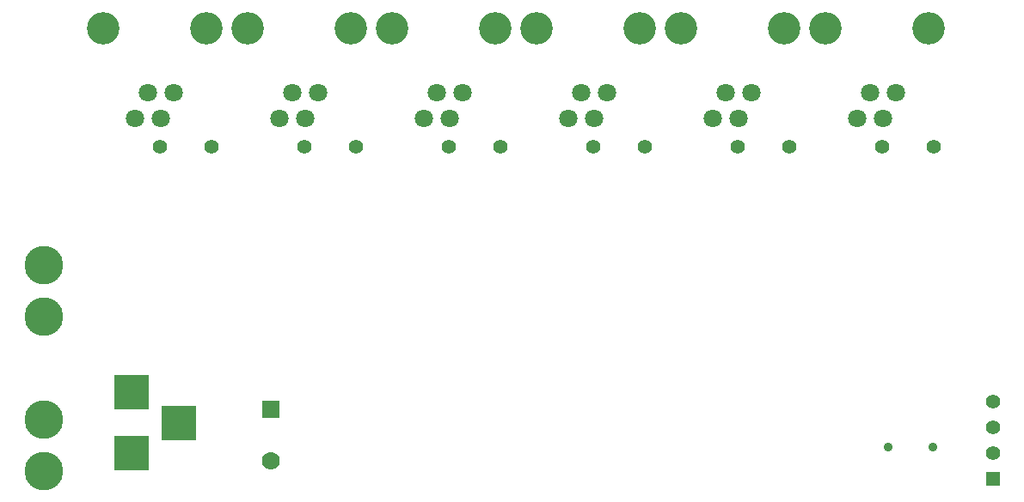
<source format=gbs>
G04 (created by PCBNEW (25-Oct-2014 BZR 4029)-stable) date Wed 10 Jun 2015 01:49:49 AM EDT*
%MOIN*%
G04 Gerber Fmt 3.4, Leading zero omitted, Abs format*
%FSLAX34Y34*%
G01*
G70*
G90*
G04 APERTURE LIST*
%ADD10C,0.00590551*%
%ADD11C,0.125984*%
%ADD12C,0.0708661*%
%ADD13R,0.07X0.07*%
%ADD14C,0.07*%
%ADD15C,0.0354*%
%ADD16C,0.15*%
%ADD17R,0.1378X0.1378*%
%ADD18C,0.055*%
%ADD19R,0.055X0.055*%
G04 APERTURE END LIST*
G54D10*
G54D11*
X17700Y-11200D03*
X13700Y-11200D03*
G54D12*
X16450Y-13700D03*
X15950Y-14700D03*
X15450Y-13700D03*
X14950Y-14700D03*
G54D13*
X20200Y-26000D03*
G54D14*
X20200Y-28000D03*
G54D15*
X44134Y-27465D03*
X45866Y-27465D03*
G54D16*
X11400Y-28400D03*
X11400Y-26400D03*
X11400Y-22400D03*
X11400Y-20400D03*
G54D17*
X14800Y-25359D03*
X14800Y-27721D03*
X16650Y-26540D03*
G54D11*
X23300Y-11200D03*
X19300Y-11200D03*
G54D12*
X22050Y-13700D03*
X21550Y-14700D03*
X21050Y-13700D03*
X20550Y-14700D03*
G54D11*
X28900Y-11200D03*
X24900Y-11200D03*
G54D12*
X27650Y-13700D03*
X27150Y-14700D03*
X26650Y-13700D03*
X26150Y-14700D03*
G54D11*
X34500Y-11200D03*
X30500Y-11200D03*
G54D12*
X33250Y-13700D03*
X32750Y-14700D03*
X32250Y-13700D03*
X31750Y-14700D03*
G54D11*
X40100Y-11200D03*
X36100Y-11200D03*
G54D12*
X38850Y-13700D03*
X38350Y-14700D03*
X37850Y-13700D03*
X37350Y-14700D03*
G54D11*
X45700Y-11200D03*
X41700Y-11200D03*
G54D12*
X44450Y-13700D03*
X43950Y-14700D03*
X43450Y-13700D03*
X42950Y-14700D03*
G54D18*
X17900Y-15800D03*
X15900Y-15800D03*
X23500Y-15800D03*
X21500Y-15800D03*
X29100Y-15800D03*
X27100Y-15800D03*
X34700Y-15800D03*
X32700Y-15800D03*
X40300Y-15800D03*
X38300Y-15800D03*
X45900Y-15800D03*
X43900Y-15800D03*
G54D19*
X48200Y-28700D03*
G54D18*
X48200Y-27700D03*
X48200Y-26700D03*
X48200Y-25700D03*
M02*

</source>
